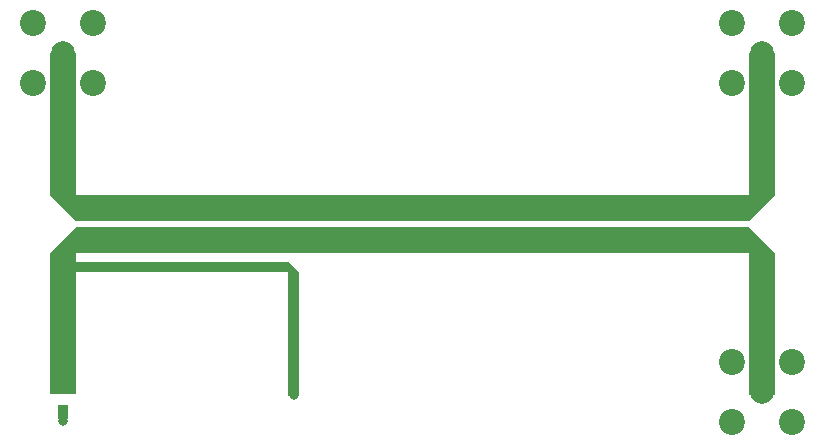
<source format=gbr>
G04 #@! TF.GenerationSoftware,KiCad,Pcbnew,(5.1.5)-3*
G04 #@! TF.CreationDate,2021-08-20T13:05:58+01:00*
G04 #@! TF.ProjectId,Circulator,43697263-756c-4617-946f-722e6b696361,rev?*
G04 #@! TF.SameCoordinates,Original*
G04 #@! TF.FileFunction,Copper,L1,Top*
G04 #@! TF.FilePolarity,Positive*
%FSLAX46Y46*%
G04 Gerber Fmt 4.6, Leading zero omitted, Abs format (unit mm)*
G04 Created by KiCad (PCBNEW (5.1.5)-3) date 2021-08-20 13:05:58*
%MOMM*%
%LPD*%
G04 APERTURE LIST*
%ADD10C,0.100000*%
%ADD11R,0.900000X1.200000*%
%ADD12C,2.000000*%
%ADD13C,2.200000*%
%ADD14C,0.800000*%
%ADD15C,0.250000*%
G04 APERTURE END LIST*
D10*
G36*
X162308000Y-89832000D02*
G01*
X164508000Y-89832000D01*
X162308000Y-87632000D01*
X162308000Y-89832000D01*
G37*
G36*
X105308000Y-89832000D02*
G01*
X103108000Y-89832000D01*
X105308000Y-87632000D01*
X105308000Y-89832000D01*
G37*
G36*
X105308000Y-84882000D02*
G01*
X103108000Y-84882000D01*
X105308000Y-87082000D01*
X105308000Y-84882000D01*
G37*
G36*
X105308000Y-101742000D02*
G01*
X105308000Y-91442000D01*
X103108000Y-91442000D01*
X103108000Y-101742000D01*
X105308000Y-101742000D01*
G37*
G36*
X124218000Y-101942000D02*
G01*
X124218000Y-91442000D01*
X123308000Y-91442000D01*
X123308000Y-101942000D01*
X124218000Y-101942000D01*
G37*
G36*
X105308000Y-90532000D02*
G01*
X105308000Y-89832000D01*
X103108000Y-89832000D01*
X103108000Y-90532000D01*
X105308000Y-90532000D01*
G37*
G36*
X164508000Y-101832000D02*
G01*
X164508000Y-89832000D01*
X162308000Y-89832000D01*
X162308000Y-101832000D01*
X164508000Y-101832000D01*
G37*
G36*
X162308000Y-84882000D02*
G01*
X164508000Y-84882000D01*
X162308000Y-87082000D01*
X162308000Y-84882000D01*
G37*
G36*
X105308000Y-91442000D02*
G01*
X123308000Y-91442000D01*
X123308000Y-90532000D01*
X105308000Y-90532000D01*
X105308000Y-91442000D01*
G37*
G36*
X164508000Y-84882000D02*
G01*
X164508000Y-72882000D01*
X162308000Y-72882000D01*
X162308000Y-84882000D01*
X164508000Y-84882000D01*
G37*
G36*
X105308000Y-91442000D02*
G01*
X105308000Y-90532000D01*
X103108000Y-90532000D01*
X103108000Y-90987000D01*
X103108000Y-91442000D01*
X105308000Y-91442000D01*
G37*
G36*
X105308000Y-84882000D02*
G01*
X105308000Y-72882000D01*
X103108000Y-72882000D01*
X103108000Y-84882000D01*
X105308000Y-84882000D01*
G37*
G36*
X105308000Y-87082000D02*
G01*
X162308000Y-87082000D01*
X162308000Y-84882000D01*
X105308000Y-84882000D01*
X105308000Y-87082000D01*
G37*
G36*
X105308000Y-89832000D02*
G01*
X162308000Y-89832000D01*
X162308000Y-87632000D01*
X105308000Y-87632000D01*
X105308000Y-89832000D01*
G37*
G36*
X123308000Y-91442000D02*
G01*
X124218000Y-91442000D01*
X123308000Y-90532000D01*
X123308000Y-91442000D01*
G37*
D11*
X104203500Y-103271500D03*
X104203500Y-101071500D03*
D12*
X104203500Y-72898000D03*
D13*
X106743500Y-75438000D03*
X106743500Y-70358000D03*
X101663500Y-70358000D03*
X101663500Y-75438000D03*
X160909000Y-75438000D03*
X160909000Y-70358000D03*
X165989000Y-70358000D03*
X165989000Y-75438000D03*
D12*
X163449000Y-72898000D03*
X163449000Y-101600000D03*
D13*
X165989000Y-104140000D03*
X165989000Y-99060000D03*
X160909000Y-99060000D03*
X160909000Y-104140000D03*
D14*
X123761500Y-101854000D03*
X104203500Y-104013000D03*
D15*
X104203500Y-103271500D02*
X104203500Y-104013000D01*
M02*

</source>
